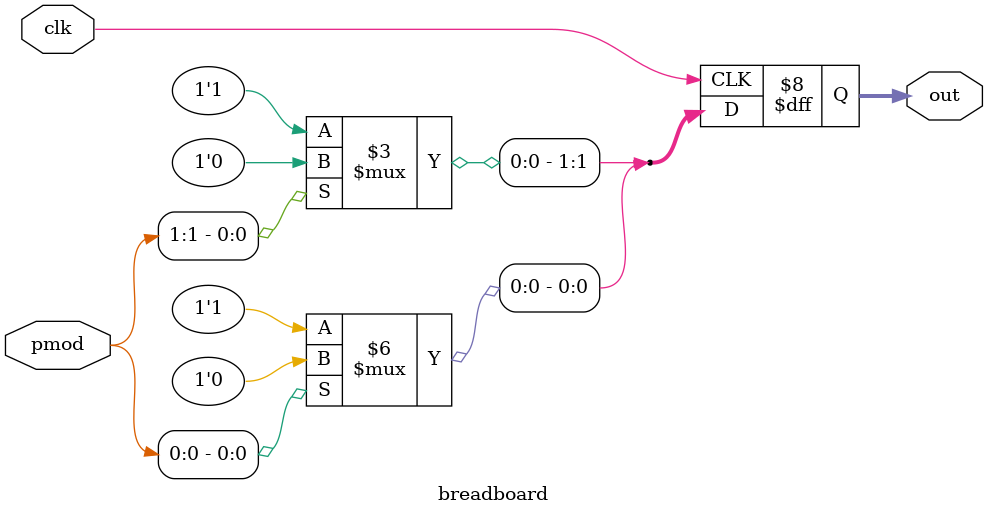
<source format=v>
`timescale 1ns / 1ps


module breadboard(
    input [1:0] pmod,
    input clk,
    output reg [1:0] out
    );
    
    always @ (posedge clk)
    begin
        if(pmod[0])
            out[0] <= 0;
        else
            out[0] <= 1;
            
        if(pmod[1])
            out[1] <= 0;
        else
            out[1] <= 1;
    end
    
endmodule

</source>
